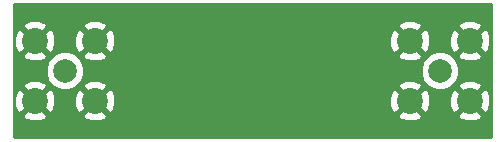
<source format=gbr>
%TF.GenerationSoftware,KiCad,Pcbnew,5.0.0*%
%TF.CreationDate,2018-08-21T18:31:41-04:00*%
%TF.ProjectId,140bpf,3134306270662E6B696361645F706362,rev?*%
%TF.SameCoordinates,Original*%
%TF.FileFunction,Copper,L2,Bot,Signal*%
%TF.FilePolarity,Positive*%
%FSLAX46Y46*%
G04 Gerber Fmt 4.6, Leading zero omitted, Abs format (unit mm)*
G04 Created by KiCad (PCBNEW 5.0.0) date Tue Aug 21 18:31:41 2018*
%MOMM*%
%LPD*%
G01*
G04 APERTURE LIST*
%ADD10C,2.000000*%
%ADD11C,2.200000*%
%ADD12C,0.685800*%
%ADD13C,0.254000*%
G04 APERTURE END LIST*
D10*
X95250000Y-63500000D03*
D11*
X97790000Y-66040000D03*
X97790000Y-60960000D03*
X92710000Y-60960000D03*
X92710000Y-66040000D03*
X124460000Y-66040000D03*
X124460000Y-60960000D03*
X129540000Y-60960000D03*
X129540000Y-66040000D03*
D10*
X127000000Y-63500000D03*
D12*
X106680000Y-59690000D03*
X114300000Y-59690000D03*
X114300000Y-67310000D03*
X106680000Y-67310000D03*
X102870000Y-66040000D03*
X102870000Y-60960000D03*
X119380000Y-60960000D03*
X119380000Y-66040000D03*
X109220000Y-62230000D03*
X111760000Y-62230000D03*
X111760000Y-64770000D03*
X109220000Y-64770000D03*
D13*
G36*
X131345001Y-69115000D02*
X90905000Y-69115000D01*
X90905000Y-67264868D01*
X91664737Y-67264868D01*
X91775641Y-67542099D01*
X92421593Y-67785323D01*
X93111453Y-67762836D01*
X93644359Y-67542099D01*
X93755263Y-67264868D01*
X96744737Y-67264868D01*
X96855641Y-67542099D01*
X97501593Y-67785323D01*
X98191453Y-67762836D01*
X98724359Y-67542099D01*
X98835263Y-67264868D01*
X123414737Y-67264868D01*
X123525641Y-67542099D01*
X124171593Y-67785323D01*
X124861453Y-67762836D01*
X125394359Y-67542099D01*
X125505263Y-67264868D01*
X128494737Y-67264868D01*
X128605641Y-67542099D01*
X129251593Y-67785323D01*
X129941453Y-67762836D01*
X130474359Y-67542099D01*
X130585263Y-67264868D01*
X129540000Y-66219605D01*
X128494737Y-67264868D01*
X125505263Y-67264868D01*
X124460000Y-66219605D01*
X123414737Y-67264868D01*
X98835263Y-67264868D01*
X97790000Y-66219605D01*
X96744737Y-67264868D01*
X93755263Y-67264868D01*
X92710000Y-66219605D01*
X91664737Y-67264868D01*
X90905000Y-67264868D01*
X90905000Y-65751593D01*
X90964677Y-65751593D01*
X90987164Y-66441453D01*
X91207901Y-66974359D01*
X91485132Y-67085263D01*
X92530395Y-66040000D01*
X92889605Y-66040000D01*
X93934868Y-67085263D01*
X94212099Y-66974359D01*
X94455323Y-66328407D01*
X94436521Y-65751593D01*
X96044677Y-65751593D01*
X96067164Y-66441453D01*
X96287901Y-66974359D01*
X96565132Y-67085263D01*
X97610395Y-66040000D01*
X97969605Y-66040000D01*
X99014868Y-67085263D01*
X99292099Y-66974359D01*
X99535323Y-66328407D01*
X99516521Y-65751593D01*
X122714677Y-65751593D01*
X122737164Y-66441453D01*
X122957901Y-66974359D01*
X123235132Y-67085263D01*
X124280395Y-66040000D01*
X124639605Y-66040000D01*
X125684868Y-67085263D01*
X125962099Y-66974359D01*
X126205323Y-66328407D01*
X126186521Y-65751593D01*
X127794677Y-65751593D01*
X127817164Y-66441453D01*
X128037901Y-66974359D01*
X128315132Y-67085263D01*
X129360395Y-66040000D01*
X129719605Y-66040000D01*
X130764868Y-67085263D01*
X131042099Y-66974359D01*
X131285323Y-66328407D01*
X131262836Y-65638547D01*
X131042099Y-65105641D01*
X130764868Y-64994737D01*
X129719605Y-66040000D01*
X129360395Y-66040000D01*
X128315132Y-64994737D01*
X128037901Y-65105641D01*
X127794677Y-65751593D01*
X126186521Y-65751593D01*
X126182836Y-65638547D01*
X125962099Y-65105641D01*
X125684868Y-64994737D01*
X124639605Y-66040000D01*
X124280395Y-66040000D01*
X123235132Y-64994737D01*
X122957901Y-65105641D01*
X122714677Y-65751593D01*
X99516521Y-65751593D01*
X99512836Y-65638547D01*
X99292099Y-65105641D01*
X99014868Y-64994737D01*
X97969605Y-66040000D01*
X97610395Y-66040000D01*
X96565132Y-64994737D01*
X96287901Y-65105641D01*
X96044677Y-65751593D01*
X94436521Y-65751593D01*
X94432836Y-65638547D01*
X94212099Y-65105641D01*
X93934868Y-64994737D01*
X92889605Y-66040000D01*
X92530395Y-66040000D01*
X91485132Y-64994737D01*
X91207901Y-65105641D01*
X90964677Y-65751593D01*
X90905000Y-65751593D01*
X90905000Y-64815132D01*
X91664737Y-64815132D01*
X92710000Y-65860395D01*
X93755263Y-64815132D01*
X93644359Y-64537901D01*
X92998407Y-64294677D01*
X92308547Y-64317164D01*
X91775641Y-64537901D01*
X91664737Y-64815132D01*
X90905000Y-64815132D01*
X90905000Y-63174778D01*
X93615000Y-63174778D01*
X93615000Y-63825222D01*
X93863914Y-64426153D01*
X94323847Y-64886086D01*
X94924778Y-65135000D01*
X95575222Y-65135000D01*
X96176153Y-64886086D01*
X96247107Y-64815132D01*
X96744737Y-64815132D01*
X97790000Y-65860395D01*
X98835263Y-64815132D01*
X123414737Y-64815132D01*
X124460000Y-65860395D01*
X125505263Y-64815132D01*
X125394359Y-64537901D01*
X124748407Y-64294677D01*
X124058547Y-64317164D01*
X123525641Y-64537901D01*
X123414737Y-64815132D01*
X98835263Y-64815132D01*
X98724359Y-64537901D01*
X98078407Y-64294677D01*
X97388547Y-64317164D01*
X96855641Y-64537901D01*
X96744737Y-64815132D01*
X96247107Y-64815132D01*
X96636086Y-64426153D01*
X96885000Y-63825222D01*
X96885000Y-63174778D01*
X125365000Y-63174778D01*
X125365000Y-63825222D01*
X125613914Y-64426153D01*
X126073847Y-64886086D01*
X126674778Y-65135000D01*
X127325222Y-65135000D01*
X127926153Y-64886086D01*
X127997107Y-64815132D01*
X128494737Y-64815132D01*
X129540000Y-65860395D01*
X130585263Y-64815132D01*
X130474359Y-64537901D01*
X129828407Y-64294677D01*
X129138547Y-64317164D01*
X128605641Y-64537901D01*
X128494737Y-64815132D01*
X127997107Y-64815132D01*
X128386086Y-64426153D01*
X128635000Y-63825222D01*
X128635000Y-63174778D01*
X128386086Y-62573847D01*
X127997107Y-62184868D01*
X128494737Y-62184868D01*
X128605641Y-62462099D01*
X129251593Y-62705323D01*
X129941453Y-62682836D01*
X130474359Y-62462099D01*
X130585263Y-62184868D01*
X129540000Y-61139605D01*
X128494737Y-62184868D01*
X127997107Y-62184868D01*
X127926153Y-62113914D01*
X127325222Y-61865000D01*
X126674778Y-61865000D01*
X126073847Y-62113914D01*
X125613914Y-62573847D01*
X125365000Y-63174778D01*
X96885000Y-63174778D01*
X96636086Y-62573847D01*
X96247107Y-62184868D01*
X96744737Y-62184868D01*
X96855641Y-62462099D01*
X97501593Y-62705323D01*
X98191453Y-62682836D01*
X98724359Y-62462099D01*
X98835263Y-62184868D01*
X123414737Y-62184868D01*
X123525641Y-62462099D01*
X124171593Y-62705323D01*
X124861453Y-62682836D01*
X125394359Y-62462099D01*
X125505263Y-62184868D01*
X124460000Y-61139605D01*
X123414737Y-62184868D01*
X98835263Y-62184868D01*
X97790000Y-61139605D01*
X96744737Y-62184868D01*
X96247107Y-62184868D01*
X96176153Y-62113914D01*
X95575222Y-61865000D01*
X94924778Y-61865000D01*
X94323847Y-62113914D01*
X93863914Y-62573847D01*
X93615000Y-63174778D01*
X90905000Y-63174778D01*
X90905000Y-62184868D01*
X91664737Y-62184868D01*
X91775641Y-62462099D01*
X92421593Y-62705323D01*
X93111453Y-62682836D01*
X93644359Y-62462099D01*
X93755263Y-62184868D01*
X92710000Y-61139605D01*
X91664737Y-62184868D01*
X90905000Y-62184868D01*
X90905000Y-60671593D01*
X90964677Y-60671593D01*
X90987164Y-61361453D01*
X91207901Y-61894359D01*
X91485132Y-62005263D01*
X92530395Y-60960000D01*
X92889605Y-60960000D01*
X93934868Y-62005263D01*
X94212099Y-61894359D01*
X94455323Y-61248407D01*
X94436521Y-60671593D01*
X96044677Y-60671593D01*
X96067164Y-61361453D01*
X96287901Y-61894359D01*
X96565132Y-62005263D01*
X97610395Y-60960000D01*
X97969605Y-60960000D01*
X99014868Y-62005263D01*
X99292099Y-61894359D01*
X99535323Y-61248407D01*
X99516521Y-60671593D01*
X122714677Y-60671593D01*
X122737164Y-61361453D01*
X122957901Y-61894359D01*
X123235132Y-62005263D01*
X124280395Y-60960000D01*
X124639605Y-60960000D01*
X125684868Y-62005263D01*
X125962099Y-61894359D01*
X126205323Y-61248407D01*
X126186521Y-60671593D01*
X127794677Y-60671593D01*
X127817164Y-61361453D01*
X128037901Y-61894359D01*
X128315132Y-62005263D01*
X129360395Y-60960000D01*
X129719605Y-60960000D01*
X130764868Y-62005263D01*
X131042099Y-61894359D01*
X131285323Y-61248407D01*
X131262836Y-60558547D01*
X131042099Y-60025641D01*
X130764868Y-59914737D01*
X129719605Y-60960000D01*
X129360395Y-60960000D01*
X128315132Y-59914737D01*
X128037901Y-60025641D01*
X127794677Y-60671593D01*
X126186521Y-60671593D01*
X126182836Y-60558547D01*
X125962099Y-60025641D01*
X125684868Y-59914737D01*
X124639605Y-60960000D01*
X124280395Y-60960000D01*
X123235132Y-59914737D01*
X122957901Y-60025641D01*
X122714677Y-60671593D01*
X99516521Y-60671593D01*
X99512836Y-60558547D01*
X99292099Y-60025641D01*
X99014868Y-59914737D01*
X97969605Y-60960000D01*
X97610395Y-60960000D01*
X96565132Y-59914737D01*
X96287901Y-60025641D01*
X96044677Y-60671593D01*
X94436521Y-60671593D01*
X94432836Y-60558547D01*
X94212099Y-60025641D01*
X93934868Y-59914737D01*
X92889605Y-60960000D01*
X92530395Y-60960000D01*
X91485132Y-59914737D01*
X91207901Y-60025641D01*
X90964677Y-60671593D01*
X90905000Y-60671593D01*
X90905000Y-59735132D01*
X91664737Y-59735132D01*
X92710000Y-60780395D01*
X93755263Y-59735132D01*
X96744737Y-59735132D01*
X97790000Y-60780395D01*
X98835263Y-59735132D01*
X123414737Y-59735132D01*
X124460000Y-60780395D01*
X125505263Y-59735132D01*
X128494737Y-59735132D01*
X129540000Y-60780395D01*
X130585263Y-59735132D01*
X130474359Y-59457901D01*
X129828407Y-59214677D01*
X129138547Y-59237164D01*
X128605641Y-59457901D01*
X128494737Y-59735132D01*
X125505263Y-59735132D01*
X125394359Y-59457901D01*
X124748407Y-59214677D01*
X124058547Y-59237164D01*
X123525641Y-59457901D01*
X123414737Y-59735132D01*
X98835263Y-59735132D01*
X98724359Y-59457901D01*
X98078407Y-59214677D01*
X97388547Y-59237164D01*
X96855641Y-59457901D01*
X96744737Y-59735132D01*
X93755263Y-59735132D01*
X93644359Y-59457901D01*
X92998407Y-59214677D01*
X92308547Y-59237164D01*
X91775641Y-59457901D01*
X91664737Y-59735132D01*
X90905000Y-59735132D01*
X90905000Y-57885000D01*
X131345000Y-57885000D01*
X131345001Y-69115000D01*
X131345001Y-69115000D01*
G37*
X131345001Y-69115000D02*
X90905000Y-69115000D01*
X90905000Y-67264868D01*
X91664737Y-67264868D01*
X91775641Y-67542099D01*
X92421593Y-67785323D01*
X93111453Y-67762836D01*
X93644359Y-67542099D01*
X93755263Y-67264868D01*
X96744737Y-67264868D01*
X96855641Y-67542099D01*
X97501593Y-67785323D01*
X98191453Y-67762836D01*
X98724359Y-67542099D01*
X98835263Y-67264868D01*
X123414737Y-67264868D01*
X123525641Y-67542099D01*
X124171593Y-67785323D01*
X124861453Y-67762836D01*
X125394359Y-67542099D01*
X125505263Y-67264868D01*
X128494737Y-67264868D01*
X128605641Y-67542099D01*
X129251593Y-67785323D01*
X129941453Y-67762836D01*
X130474359Y-67542099D01*
X130585263Y-67264868D01*
X129540000Y-66219605D01*
X128494737Y-67264868D01*
X125505263Y-67264868D01*
X124460000Y-66219605D01*
X123414737Y-67264868D01*
X98835263Y-67264868D01*
X97790000Y-66219605D01*
X96744737Y-67264868D01*
X93755263Y-67264868D01*
X92710000Y-66219605D01*
X91664737Y-67264868D01*
X90905000Y-67264868D01*
X90905000Y-65751593D01*
X90964677Y-65751593D01*
X90987164Y-66441453D01*
X91207901Y-66974359D01*
X91485132Y-67085263D01*
X92530395Y-66040000D01*
X92889605Y-66040000D01*
X93934868Y-67085263D01*
X94212099Y-66974359D01*
X94455323Y-66328407D01*
X94436521Y-65751593D01*
X96044677Y-65751593D01*
X96067164Y-66441453D01*
X96287901Y-66974359D01*
X96565132Y-67085263D01*
X97610395Y-66040000D01*
X97969605Y-66040000D01*
X99014868Y-67085263D01*
X99292099Y-66974359D01*
X99535323Y-66328407D01*
X99516521Y-65751593D01*
X122714677Y-65751593D01*
X122737164Y-66441453D01*
X122957901Y-66974359D01*
X123235132Y-67085263D01*
X124280395Y-66040000D01*
X124639605Y-66040000D01*
X125684868Y-67085263D01*
X125962099Y-66974359D01*
X126205323Y-66328407D01*
X126186521Y-65751593D01*
X127794677Y-65751593D01*
X127817164Y-66441453D01*
X128037901Y-66974359D01*
X128315132Y-67085263D01*
X129360395Y-66040000D01*
X129719605Y-66040000D01*
X130764868Y-67085263D01*
X131042099Y-66974359D01*
X131285323Y-66328407D01*
X131262836Y-65638547D01*
X131042099Y-65105641D01*
X130764868Y-64994737D01*
X129719605Y-66040000D01*
X129360395Y-66040000D01*
X128315132Y-64994737D01*
X128037901Y-65105641D01*
X127794677Y-65751593D01*
X126186521Y-65751593D01*
X126182836Y-65638547D01*
X125962099Y-65105641D01*
X125684868Y-64994737D01*
X124639605Y-66040000D01*
X124280395Y-66040000D01*
X123235132Y-64994737D01*
X122957901Y-65105641D01*
X122714677Y-65751593D01*
X99516521Y-65751593D01*
X99512836Y-65638547D01*
X99292099Y-65105641D01*
X99014868Y-64994737D01*
X97969605Y-66040000D01*
X97610395Y-66040000D01*
X96565132Y-64994737D01*
X96287901Y-65105641D01*
X96044677Y-65751593D01*
X94436521Y-65751593D01*
X94432836Y-65638547D01*
X94212099Y-65105641D01*
X93934868Y-64994737D01*
X92889605Y-66040000D01*
X92530395Y-66040000D01*
X91485132Y-64994737D01*
X91207901Y-65105641D01*
X90964677Y-65751593D01*
X90905000Y-65751593D01*
X90905000Y-64815132D01*
X91664737Y-64815132D01*
X92710000Y-65860395D01*
X93755263Y-64815132D01*
X93644359Y-64537901D01*
X92998407Y-64294677D01*
X92308547Y-64317164D01*
X91775641Y-64537901D01*
X91664737Y-64815132D01*
X90905000Y-64815132D01*
X90905000Y-63174778D01*
X93615000Y-63174778D01*
X93615000Y-63825222D01*
X93863914Y-64426153D01*
X94323847Y-64886086D01*
X94924778Y-65135000D01*
X95575222Y-65135000D01*
X96176153Y-64886086D01*
X96247107Y-64815132D01*
X96744737Y-64815132D01*
X97790000Y-65860395D01*
X98835263Y-64815132D01*
X123414737Y-64815132D01*
X124460000Y-65860395D01*
X125505263Y-64815132D01*
X125394359Y-64537901D01*
X124748407Y-64294677D01*
X124058547Y-64317164D01*
X123525641Y-64537901D01*
X123414737Y-64815132D01*
X98835263Y-64815132D01*
X98724359Y-64537901D01*
X98078407Y-64294677D01*
X97388547Y-64317164D01*
X96855641Y-64537901D01*
X96744737Y-64815132D01*
X96247107Y-64815132D01*
X96636086Y-64426153D01*
X96885000Y-63825222D01*
X96885000Y-63174778D01*
X125365000Y-63174778D01*
X125365000Y-63825222D01*
X125613914Y-64426153D01*
X126073847Y-64886086D01*
X126674778Y-65135000D01*
X127325222Y-65135000D01*
X127926153Y-64886086D01*
X127997107Y-64815132D01*
X128494737Y-64815132D01*
X129540000Y-65860395D01*
X130585263Y-64815132D01*
X130474359Y-64537901D01*
X129828407Y-64294677D01*
X129138547Y-64317164D01*
X128605641Y-64537901D01*
X128494737Y-64815132D01*
X127997107Y-64815132D01*
X128386086Y-64426153D01*
X128635000Y-63825222D01*
X128635000Y-63174778D01*
X128386086Y-62573847D01*
X127997107Y-62184868D01*
X128494737Y-62184868D01*
X128605641Y-62462099D01*
X129251593Y-62705323D01*
X129941453Y-62682836D01*
X130474359Y-62462099D01*
X130585263Y-62184868D01*
X129540000Y-61139605D01*
X128494737Y-62184868D01*
X127997107Y-62184868D01*
X127926153Y-62113914D01*
X127325222Y-61865000D01*
X126674778Y-61865000D01*
X126073847Y-62113914D01*
X125613914Y-62573847D01*
X125365000Y-63174778D01*
X96885000Y-63174778D01*
X96636086Y-62573847D01*
X96247107Y-62184868D01*
X96744737Y-62184868D01*
X96855641Y-62462099D01*
X97501593Y-62705323D01*
X98191453Y-62682836D01*
X98724359Y-62462099D01*
X98835263Y-62184868D01*
X123414737Y-62184868D01*
X123525641Y-62462099D01*
X124171593Y-62705323D01*
X124861453Y-62682836D01*
X125394359Y-62462099D01*
X125505263Y-62184868D01*
X124460000Y-61139605D01*
X123414737Y-62184868D01*
X98835263Y-62184868D01*
X97790000Y-61139605D01*
X96744737Y-62184868D01*
X96247107Y-62184868D01*
X96176153Y-62113914D01*
X95575222Y-61865000D01*
X94924778Y-61865000D01*
X94323847Y-62113914D01*
X93863914Y-62573847D01*
X93615000Y-63174778D01*
X90905000Y-63174778D01*
X90905000Y-62184868D01*
X91664737Y-62184868D01*
X91775641Y-62462099D01*
X92421593Y-62705323D01*
X93111453Y-62682836D01*
X93644359Y-62462099D01*
X93755263Y-62184868D01*
X92710000Y-61139605D01*
X91664737Y-62184868D01*
X90905000Y-62184868D01*
X90905000Y-60671593D01*
X90964677Y-60671593D01*
X90987164Y-61361453D01*
X91207901Y-61894359D01*
X91485132Y-62005263D01*
X92530395Y-60960000D01*
X92889605Y-60960000D01*
X93934868Y-62005263D01*
X94212099Y-61894359D01*
X94455323Y-61248407D01*
X94436521Y-60671593D01*
X96044677Y-60671593D01*
X96067164Y-61361453D01*
X96287901Y-61894359D01*
X96565132Y-62005263D01*
X97610395Y-60960000D01*
X97969605Y-60960000D01*
X99014868Y-62005263D01*
X99292099Y-61894359D01*
X99535323Y-61248407D01*
X99516521Y-60671593D01*
X122714677Y-60671593D01*
X122737164Y-61361453D01*
X122957901Y-61894359D01*
X123235132Y-62005263D01*
X124280395Y-60960000D01*
X124639605Y-60960000D01*
X125684868Y-62005263D01*
X125962099Y-61894359D01*
X126205323Y-61248407D01*
X126186521Y-60671593D01*
X127794677Y-60671593D01*
X127817164Y-61361453D01*
X128037901Y-61894359D01*
X128315132Y-62005263D01*
X129360395Y-60960000D01*
X129719605Y-60960000D01*
X130764868Y-62005263D01*
X131042099Y-61894359D01*
X131285323Y-61248407D01*
X131262836Y-60558547D01*
X131042099Y-60025641D01*
X130764868Y-59914737D01*
X129719605Y-60960000D01*
X129360395Y-60960000D01*
X128315132Y-59914737D01*
X128037901Y-60025641D01*
X127794677Y-60671593D01*
X126186521Y-60671593D01*
X126182836Y-60558547D01*
X125962099Y-60025641D01*
X125684868Y-59914737D01*
X124639605Y-60960000D01*
X124280395Y-60960000D01*
X123235132Y-59914737D01*
X122957901Y-60025641D01*
X122714677Y-60671593D01*
X99516521Y-60671593D01*
X99512836Y-60558547D01*
X99292099Y-60025641D01*
X99014868Y-59914737D01*
X97969605Y-60960000D01*
X97610395Y-60960000D01*
X96565132Y-59914737D01*
X96287901Y-60025641D01*
X96044677Y-60671593D01*
X94436521Y-60671593D01*
X94432836Y-60558547D01*
X94212099Y-60025641D01*
X93934868Y-59914737D01*
X92889605Y-60960000D01*
X92530395Y-60960000D01*
X91485132Y-59914737D01*
X91207901Y-60025641D01*
X90964677Y-60671593D01*
X90905000Y-60671593D01*
X90905000Y-59735132D01*
X91664737Y-59735132D01*
X92710000Y-60780395D01*
X93755263Y-59735132D01*
X96744737Y-59735132D01*
X97790000Y-60780395D01*
X98835263Y-59735132D01*
X123414737Y-59735132D01*
X124460000Y-60780395D01*
X125505263Y-59735132D01*
X128494737Y-59735132D01*
X129540000Y-60780395D01*
X130585263Y-59735132D01*
X130474359Y-59457901D01*
X129828407Y-59214677D01*
X129138547Y-59237164D01*
X128605641Y-59457901D01*
X128494737Y-59735132D01*
X125505263Y-59735132D01*
X125394359Y-59457901D01*
X124748407Y-59214677D01*
X124058547Y-59237164D01*
X123525641Y-59457901D01*
X123414737Y-59735132D01*
X98835263Y-59735132D01*
X98724359Y-59457901D01*
X98078407Y-59214677D01*
X97388547Y-59237164D01*
X96855641Y-59457901D01*
X96744737Y-59735132D01*
X93755263Y-59735132D01*
X93644359Y-59457901D01*
X92998407Y-59214677D01*
X92308547Y-59237164D01*
X91775641Y-59457901D01*
X91664737Y-59735132D01*
X90905000Y-59735132D01*
X90905000Y-57885000D01*
X131345000Y-57885000D01*
X131345001Y-69115000D01*
M02*

</source>
